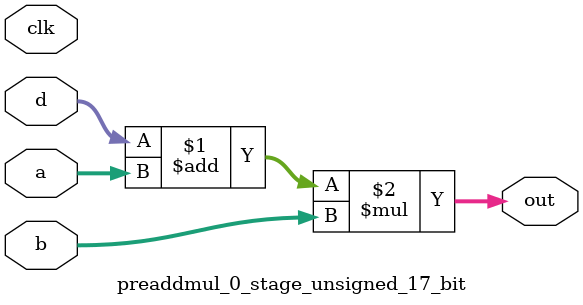
<source format=sv>
(* use_dsp = "yes" *) module preaddmul_0_stage_unsigned_17_bit(
	input  [16:0] d,
	input  [16:0] a,
	input  [16:0] b,
	output [16:0] out,
	input clk);

	assign out = (d + a) * b;
endmodule

</source>
